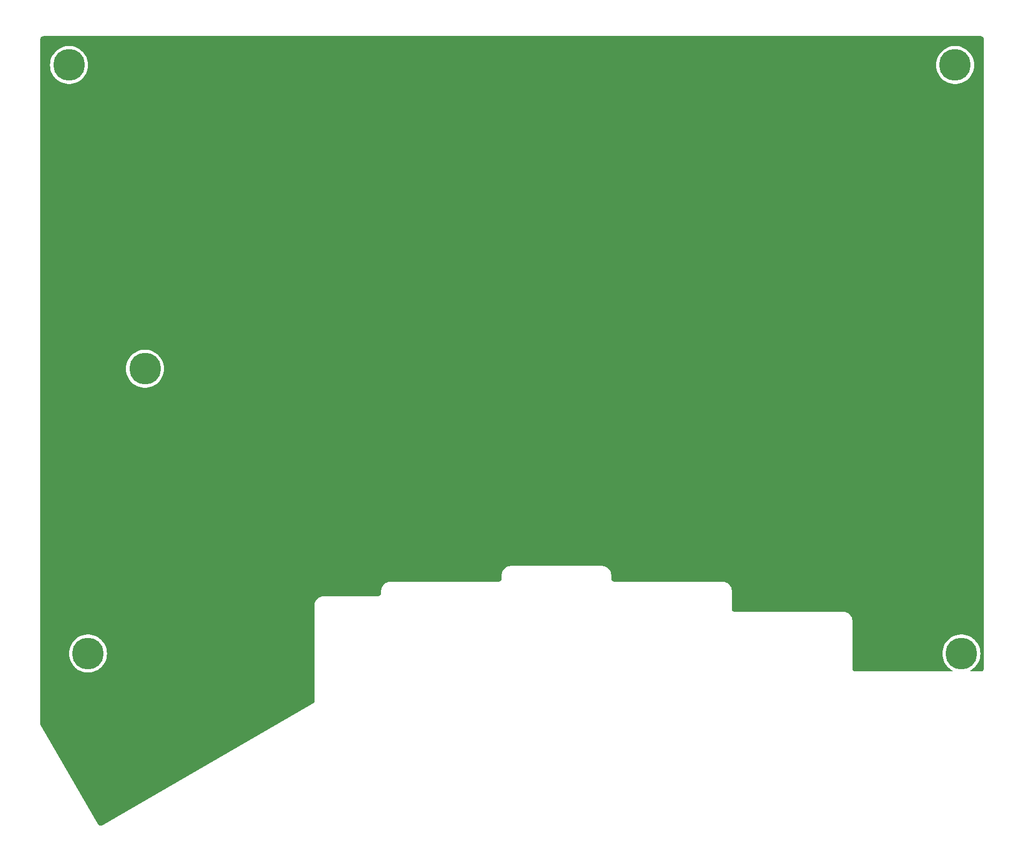
<source format=gbr>
%TF.GenerationSoftware,KiCad,Pcbnew,8.0.1*%
%TF.CreationDate,2024-03-27T10:43:21-04:00*%
%TF.ProjectId,base_plate,62617365-5f70-46c6-9174-652e6b696361,rev?*%
%TF.SameCoordinates,Original*%
%TF.FileFunction,Copper,L1,Top*%
%TF.FilePolarity,Positive*%
%FSLAX46Y46*%
G04 Gerber Fmt 4.6, Leading zero omitted, Abs format (unit mm)*
G04 Created by KiCad (PCBNEW 8.0.1) date 2024-03-27 10:43:21*
%MOMM*%
%LPD*%
G01*
G04 APERTURE LIST*
%TA.AperFunction,ComponentPad*%
%ADD10C,2.900000*%
%TD*%
%TA.AperFunction,ConnectorPad*%
%ADD11C,5.000000*%
%TD*%
%ADD12C,0.350000*%
G04 APERTURE END LIST*
D10*
%TO.P,REF\u002A\u002A,1*%
%TO.N,N/C*%
X85175029Y-84688088D03*
D11*
X85175029Y-84688088D03*
%TD*%
D10*
%TO.P,REF\u002A\u002A,1*%
%TO.N,N/C*%
X73175029Y-36688088D03*
D11*
X73175029Y-36688088D03*
%TD*%
D10*
%TO.P,REF\u002A\u002A,1*%
%TO.N,N/C*%
X213175029Y-36688088D03*
D11*
X213175029Y-36688088D03*
%TD*%
D10*
%TO.P,REF\u002A\u002A,1*%
%TO.N,N/C*%
X214175029Y-129688088D03*
D11*
X214175029Y-129688088D03*
%TD*%
D10*
%TO.P,REF\u002A\u002A,1*%
%TO.N,N/C*%
X76175029Y-129688088D03*
D11*
X76175029Y-129688088D03*
%TD*%
%TA.AperFunction,NonConductor*%
G36*
X217234138Y-32114919D02*
G01*
X217324479Y-32125101D01*
X217351545Y-32131280D01*
X217430739Y-32158994D01*
X217455752Y-32171041D01*
X217526794Y-32215683D01*
X217548498Y-32232992D01*
X217607831Y-32292330D01*
X217625139Y-32314036D01*
X217669774Y-32385079D01*
X217681820Y-32410095D01*
X217709528Y-32489288D01*
X217715706Y-32516360D01*
X217725918Y-32607027D01*
X217726697Y-32620910D01*
X217726695Y-32687174D01*
X217726759Y-32688147D01*
X217726759Y-132032646D01*
X217725982Y-132046502D01*
X217715841Y-132136688D01*
X217709688Y-132163706D01*
X217682082Y-132242774D01*
X217670081Y-132267752D01*
X217625602Y-132338720D01*
X217608354Y-132360409D01*
X217549227Y-132419725D01*
X217527594Y-132437042D01*
X217456766Y-132481750D01*
X217431828Y-132493829D01*
X217376445Y-132513364D01*
X217352848Y-132521688D01*
X217325851Y-132527927D01*
X217236232Y-132538295D01*
X217221982Y-132539117D01*
X215706979Y-132539117D01*
X215639940Y-132519432D01*
X215594185Y-132466628D01*
X215584241Y-132397470D01*
X215613266Y-132333914D01*
X215651328Y-132304307D01*
X215659427Y-132300239D01*
X215677822Y-132291001D01*
X215969840Y-132098937D01*
X216237587Y-131874271D01*
X216477441Y-131620041D01*
X216686159Y-131339684D01*
X216860918Y-131036992D01*
X216999355Y-130716059D01*
X217099598Y-130381224D01*
X217160291Y-130037015D01*
X217180614Y-129688088D01*
X217160291Y-129339161D01*
X217160289Y-129339149D01*
X217099600Y-128994960D01*
X217099598Y-128994953D01*
X216999354Y-128660115D01*
X216860921Y-128339192D01*
X216860918Y-128339184D01*
X216686159Y-128036492D01*
X216686158Y-128036490D01*
X216477444Y-127756138D01*
X216477439Y-127756132D01*
X216361462Y-127633205D01*
X216237587Y-127501905D01*
X216089517Y-127377660D01*
X215969842Y-127277240D01*
X215969834Y-127277234D01*
X215677825Y-127085176D01*
X215365487Y-126928314D01*
X215365481Y-126928311D01*
X215037041Y-126808769D01*
X215037038Y-126808768D01*
X214696944Y-126728165D01*
X214653548Y-126723092D01*
X214349788Y-126687588D01*
X214000270Y-126687588D01*
X213696509Y-126723092D01*
X213653114Y-126728165D01*
X213653112Y-126728165D01*
X213313019Y-126808768D01*
X213313016Y-126808769D01*
X212984576Y-126928311D01*
X212984570Y-126928314D01*
X212672232Y-127085176D01*
X212380223Y-127277234D01*
X212380215Y-127277240D01*
X212112471Y-127501905D01*
X212112469Y-127501907D01*
X211872618Y-127756132D01*
X211872613Y-127756138D01*
X211663899Y-128036490D01*
X211489142Y-128339179D01*
X211489136Y-128339192D01*
X211350703Y-128660115D01*
X211250459Y-128994953D01*
X211250457Y-128994960D01*
X211189768Y-129339149D01*
X211189767Y-129339160D01*
X211169444Y-129688084D01*
X211169444Y-129688091D01*
X211189767Y-130037015D01*
X211189768Y-130037026D01*
X211250457Y-130381215D01*
X211250459Y-130381222D01*
X211350703Y-130716060D01*
X211489136Y-131036983D01*
X211489142Y-131036996D01*
X211663899Y-131339685D01*
X211872613Y-131620037D01*
X211872618Y-131620043D01*
X211996492Y-131751341D01*
X212112471Y-131874271D01*
X212248682Y-131988565D01*
X212380215Y-132098935D01*
X212380223Y-132098941D01*
X212672232Y-132290999D01*
X212698730Y-132304307D01*
X212749804Y-132351985D01*
X212766994Y-132419707D01*
X212744841Y-132485972D01*
X212690380Y-132529741D01*
X212643079Y-132539117D01*
X197524895Y-132539117D01*
X197524850Y-132539114D01*
X197516611Y-132539114D01*
X197501064Y-132539114D01*
X197457641Y-132539116D01*
X197443844Y-132538347D01*
X197354043Y-132528296D01*
X197327133Y-132522194D01*
X197248368Y-132494823D01*
X197223473Y-132482922D01*
X197152706Y-132438807D01*
X197131060Y-132421695D01*
X197071799Y-132363020D01*
X197054474Y-132341547D01*
X197009655Y-132271217D01*
X196997509Y-132246445D01*
X196996192Y-132242774D01*
X196969354Y-132167948D01*
X196962987Y-132141110D01*
X196952182Y-132052538D01*
X196951271Y-132037536D01*
X196951271Y-124518742D01*
X196951184Y-124517419D01*
X196951185Y-124484810D01*
X196920644Y-124272364D01*
X196860180Y-124066426D01*
X196860178Y-124066421D01*
X196771029Y-123871201D01*
X196771025Y-123871195D01*
X196771023Y-123871189D01*
X196724467Y-123798742D01*
X196654995Y-123690634D01*
X196654992Y-123690630D01*
X196654990Y-123690627D01*
X196514441Y-123528417D01*
X196399515Y-123428827D01*
X196352242Y-123387862D01*
X196352241Y-123387861D01*
X196171685Y-123271818D01*
X196171680Y-123271815D01*
X195976453Y-123182650D01*
X195770520Y-123122174D01*
X195770507Y-123122171D01*
X195558078Y-123091621D01*
X195558069Y-123091620D01*
X195523428Y-123091619D01*
X195523388Y-123091617D01*
X195516629Y-123091617D01*
X195450757Y-123091617D01*
X195450748Y-123091616D01*
X195384863Y-123091614D01*
X195384861Y-123091614D01*
X195376623Y-123091614D01*
X195376579Y-123091617D01*
X178477595Y-123091617D01*
X178477550Y-123091614D01*
X178469311Y-123091614D01*
X178453757Y-123091614D01*
X178410351Y-123091616D01*
X178396524Y-123090843D01*
X178306531Y-123080748D01*
X178279562Y-123074619D01*
X178200635Y-123047124D01*
X178175693Y-123035169D01*
X178104821Y-122990861D01*
X178083154Y-122973678D01*
X178023866Y-122914767D01*
X178006543Y-122893206D01*
X177961787Y-122822617D01*
X177949675Y-122797755D01*
X177921679Y-122719007D01*
X177915378Y-122692077D01*
X177904805Y-122602947D01*
X177903942Y-122588340D01*
X177903942Y-119828087D01*
X177903943Y-119827530D01*
X177904382Y-119729701D01*
X177904381Y-119729696D01*
X177874990Y-119518898D01*
X177874655Y-119516491D01*
X177814800Y-119309707D01*
X177726043Y-119113583D01*
X177610201Y-118932136D01*
X177607320Y-118928794D01*
X177469647Y-118769083D01*
X177426824Y-118731815D01*
X177307258Y-118627758D01*
X177126360Y-118511060D01*
X177126359Y-118511059D01*
X177126352Y-118511055D01*
X176930656Y-118421376D01*
X176786665Y-118378958D01*
X176724159Y-118360545D01*
X176724157Y-118360544D01*
X176724155Y-118360544D01*
X176511090Y-118329810D01*
X176477399Y-118329802D01*
X176477118Y-118329784D01*
X176469329Y-118329784D01*
X176403457Y-118329784D01*
X176403448Y-118329783D01*
X176337563Y-118329781D01*
X176337561Y-118329781D01*
X176329323Y-118329781D01*
X176329279Y-118329784D01*
X159430295Y-118329784D01*
X159430250Y-118329781D01*
X159422011Y-118329781D01*
X159406436Y-118329781D01*
X159363083Y-118329783D01*
X159349200Y-118329004D01*
X159258854Y-118318828D01*
X159231781Y-118312649D01*
X159152574Y-118284935D01*
X159127560Y-118272890D01*
X159056513Y-118228250D01*
X159034804Y-118210939D01*
X158975467Y-118151603D01*
X158958155Y-118129894D01*
X158913511Y-118058845D01*
X158901467Y-118033836D01*
X158873750Y-117954623D01*
X158867574Y-117927565D01*
X158857432Y-117837534D01*
X158856653Y-117823651D01*
X158856653Y-117823338D01*
X158856654Y-117764400D01*
X158856653Y-117764396D01*
X158856653Y-117764392D01*
X158856653Y-117756589D01*
X158856614Y-117755991D01*
X158856614Y-117280277D01*
X158856572Y-117279653D01*
X158856574Y-117246828D01*
X158856573Y-117246821D01*
X158856573Y-117246817D01*
X158826036Y-117034380D01*
X158765575Y-116828449D01*
X158765572Y-116828441D01*
X158676416Y-116633199D01*
X158676414Y-116633197D01*
X158560385Y-116452642D01*
X158560384Y-116452641D01*
X158419837Y-116290430D01*
X158257639Y-116149875D01*
X158257631Y-116149869D01*
X158077089Y-116033833D01*
X158077081Y-116033828D01*
X157960967Y-115980796D01*
X157881850Y-115944661D01*
X157881847Y-115944660D01*
X157675921Y-115884187D01*
X157675908Y-115884184D01*
X157463476Y-115853633D01*
X157463469Y-115853632D01*
X157428828Y-115853631D01*
X157428788Y-115853629D01*
X157422029Y-115853629D01*
X157356157Y-115853629D01*
X157356148Y-115853628D01*
X157290263Y-115853626D01*
X157290261Y-115853626D01*
X157282023Y-115853626D01*
X157281979Y-115853629D01*
X143047534Y-115853629D01*
X143046310Y-115853623D01*
X142945387Y-115852626D01*
X142731261Y-115881364D01*
X142523459Y-115940477D01*
X142326284Y-116028739D01*
X142326274Y-116028744D01*
X142143765Y-116144346D01*
X141979695Y-116284901D01*
X141979692Y-116284905D01*
X141837451Y-116447512D01*
X141719968Y-116628817D01*
X141629666Y-116825086D01*
X141568410Y-117032261D01*
X141568408Y-117032272D01*
X141537463Y-117246072D01*
X141537462Y-117246078D01*
X141537446Y-117280084D01*
X141537413Y-117280611D01*
X141537413Y-117823338D01*
X141536633Y-117837223D01*
X141526453Y-117927566D01*
X141520275Y-117954635D01*
X141492559Y-118033844D01*
X141480511Y-118058861D01*
X141435871Y-118129906D01*
X141418559Y-118151616D01*
X141359221Y-118210955D01*
X141337512Y-118228267D01*
X141266465Y-118272910D01*
X141241447Y-118284958D01*
X141162244Y-118312673D01*
X141135174Y-118318852D01*
X141045156Y-118328996D01*
X141031271Y-118329776D01*
X140962071Y-118329776D01*
X140961972Y-118329784D01*
X123917253Y-118329784D01*
X123916023Y-118329863D01*
X123883287Y-118329862D01*
X123883281Y-118329862D01*
X123670829Y-118360394D01*
X123670828Y-118360394D01*
X123464891Y-118420850D01*
X123269645Y-118510005D01*
X123269635Y-118510010D01*
X123089081Y-118626034D01*
X123089075Y-118626039D01*
X122926859Y-118766589D01*
X122786303Y-118928789D01*
X122670253Y-119109357D01*
X122614089Y-119232335D01*
X122581089Y-119304592D01*
X122520616Y-119510532D01*
X122490339Y-119721108D01*
X122490069Y-119722984D01*
X122490069Y-120109089D01*
X122489301Y-120122868D01*
X122479272Y-120212560D01*
X122473185Y-120239438D01*
X122445875Y-120318127D01*
X122434003Y-120342996D01*
X122389985Y-120413714D01*
X122372912Y-120435347D01*
X122314363Y-120494595D01*
X122292933Y-120511924D01*
X122222745Y-120556776D01*
X122198021Y-120568942D01*
X122119660Y-120597186D01*
X122092855Y-120603591D01*
X122004607Y-120614521D01*
X121989368Y-120615461D01*
X113395784Y-120615461D01*
X113394830Y-120615522D01*
X113361925Y-120615522D01*
X113149481Y-120646061D01*
X112943547Y-120706521D01*
X112943544Y-120706522D01*
X112748301Y-120795680D01*
X112748293Y-120795685D01*
X112567729Y-120911719D01*
X112567724Y-120911722D01*
X112405516Y-121052272D01*
X112264954Y-121214483D01*
X112148909Y-121395048D01*
X112059744Y-121590285D01*
X111999274Y-121796223D01*
X111999273Y-121796228D01*
X111999273Y-121796229D01*
X111969277Y-122004854D01*
X111968726Y-122008683D01*
X111968726Y-137165741D01*
X111968054Y-137178630D01*
X111959279Y-137262593D01*
X111953949Y-137287815D01*
X111929998Y-137361971D01*
X111919569Y-137385544D01*
X111880803Y-137453147D01*
X111865723Y-137474057D01*
X111813818Y-137532181D01*
X111794741Y-137549520D01*
X111727179Y-137599152D01*
X111715786Y-137606595D01*
X78496936Y-156793374D01*
X78496880Y-156793404D01*
X78441465Y-156825414D01*
X78429051Y-156831684D01*
X78345713Y-156868063D01*
X78319178Y-156876253D01*
X78236725Y-156891868D01*
X78209030Y-156893948D01*
X78125173Y-156890820D01*
X78097713Y-156886684D01*
X78016656Y-156864973D01*
X77990803Y-156854829D01*
X77916606Y-156815620D01*
X77893660Y-156799977D01*
X77830050Y-156745238D01*
X77811168Y-156724888D01*
X77757500Y-156652169D01*
X77749776Y-156640349D01*
X77717328Y-156583918D01*
X77715847Y-156581701D01*
X68728221Y-141014713D01*
X68728216Y-141014700D01*
X68718378Y-140997661D01*
X68692887Y-140953512D01*
X68687947Y-140944031D01*
X68658273Y-140880554D01*
X68650922Y-140860476D01*
X68634005Y-140798050D01*
X68630214Y-140777014D01*
X68623824Y-140707734D01*
X68623300Y-140696345D01*
X68623300Y-129688091D01*
X73169444Y-129688091D01*
X73189767Y-130037015D01*
X73189768Y-130037026D01*
X73250457Y-130381215D01*
X73250459Y-130381222D01*
X73350703Y-130716060D01*
X73489136Y-131036983D01*
X73489142Y-131036996D01*
X73663899Y-131339685D01*
X73872613Y-131620037D01*
X73872618Y-131620043D01*
X73996492Y-131751341D01*
X74112471Y-131874271D01*
X74248682Y-131988565D01*
X74380215Y-132098935D01*
X74380223Y-132098941D01*
X74672232Y-132290999D01*
X74672236Y-132291001D01*
X74984578Y-132447865D01*
X75313018Y-132567407D01*
X75653115Y-132648011D01*
X76000270Y-132688588D01*
X76000277Y-132688588D01*
X76349781Y-132688588D01*
X76349788Y-132688588D01*
X76696943Y-132648011D01*
X77037040Y-132567407D01*
X77365480Y-132447865D01*
X77677822Y-132291001D01*
X77969840Y-132098937D01*
X78237587Y-131874271D01*
X78477441Y-131620041D01*
X78686159Y-131339684D01*
X78860918Y-131036992D01*
X78999355Y-130716059D01*
X79099598Y-130381224D01*
X79160291Y-130037015D01*
X79180614Y-129688088D01*
X79160291Y-129339161D01*
X79160289Y-129339149D01*
X79099600Y-128994960D01*
X79099598Y-128994953D01*
X78999354Y-128660115D01*
X78860921Y-128339192D01*
X78860918Y-128339184D01*
X78686159Y-128036492D01*
X78686158Y-128036490D01*
X78477444Y-127756138D01*
X78477439Y-127756132D01*
X78361462Y-127633205D01*
X78237587Y-127501905D01*
X78089517Y-127377660D01*
X77969842Y-127277240D01*
X77969834Y-127277234D01*
X77677825Y-127085176D01*
X77365487Y-126928314D01*
X77365481Y-126928311D01*
X77037041Y-126808769D01*
X77037038Y-126808768D01*
X76696944Y-126728165D01*
X76653548Y-126723092D01*
X76349788Y-126687588D01*
X76000270Y-126687588D01*
X75696509Y-126723092D01*
X75653114Y-126728165D01*
X75653112Y-126728165D01*
X75313019Y-126808768D01*
X75313016Y-126808769D01*
X74984576Y-126928311D01*
X74984570Y-126928314D01*
X74672232Y-127085176D01*
X74380223Y-127277234D01*
X74380215Y-127277240D01*
X74112471Y-127501905D01*
X74112469Y-127501907D01*
X73872618Y-127756132D01*
X73872613Y-127756138D01*
X73663899Y-128036490D01*
X73489142Y-128339179D01*
X73489136Y-128339192D01*
X73350703Y-128660115D01*
X73250459Y-128994953D01*
X73250457Y-128994960D01*
X73189768Y-129339149D01*
X73189767Y-129339160D01*
X73169444Y-129688084D01*
X73169444Y-129688091D01*
X68623300Y-129688091D01*
X68623300Y-84688091D01*
X82169444Y-84688091D01*
X82189767Y-85037015D01*
X82189768Y-85037026D01*
X82250457Y-85381215D01*
X82250459Y-85381222D01*
X82350703Y-85716060D01*
X82489136Y-86036983D01*
X82489142Y-86036996D01*
X82663899Y-86339685D01*
X82872613Y-86620037D01*
X82872618Y-86620043D01*
X82996492Y-86751341D01*
X83112471Y-86874271D01*
X83288932Y-87022339D01*
X83380215Y-87098935D01*
X83380223Y-87098941D01*
X83672232Y-87290999D01*
X83672236Y-87291001D01*
X83984578Y-87447865D01*
X84313018Y-87567407D01*
X84653115Y-87648011D01*
X85000270Y-87688588D01*
X85000277Y-87688588D01*
X85349781Y-87688588D01*
X85349788Y-87688588D01*
X85696943Y-87648011D01*
X86037040Y-87567407D01*
X86365480Y-87447865D01*
X86677822Y-87291001D01*
X86969840Y-87098937D01*
X87237587Y-86874271D01*
X87477441Y-86620041D01*
X87686159Y-86339684D01*
X87860918Y-86036992D01*
X87999355Y-85716059D01*
X88099598Y-85381224D01*
X88160291Y-85037015D01*
X88180614Y-84688088D01*
X88160291Y-84339161D01*
X88160289Y-84339149D01*
X88099600Y-83994960D01*
X88099598Y-83994953D01*
X87999354Y-83660115D01*
X87860921Y-83339192D01*
X87860918Y-83339184D01*
X87686159Y-83036492D01*
X87686158Y-83036490D01*
X87477444Y-82756138D01*
X87477439Y-82756132D01*
X87361462Y-82633205D01*
X87237587Y-82501905D01*
X87089517Y-82377660D01*
X86969842Y-82277240D01*
X86969834Y-82277234D01*
X86677825Y-82085176D01*
X86365487Y-81928314D01*
X86365481Y-81928311D01*
X86037041Y-81808769D01*
X86037038Y-81808768D01*
X85696944Y-81728165D01*
X85653548Y-81723092D01*
X85349788Y-81687588D01*
X85000270Y-81687588D01*
X84696509Y-81723092D01*
X84653114Y-81728165D01*
X84653112Y-81728165D01*
X84313019Y-81808768D01*
X84313016Y-81808769D01*
X83984576Y-81928311D01*
X83984570Y-81928314D01*
X83672232Y-82085176D01*
X83380223Y-82277234D01*
X83380215Y-82277240D01*
X83112471Y-82501905D01*
X83112469Y-82501907D01*
X82872618Y-82756132D01*
X82872613Y-82756138D01*
X82663899Y-83036490D01*
X82489142Y-83339179D01*
X82489136Y-83339192D01*
X82350703Y-83660115D01*
X82250459Y-83994953D01*
X82250457Y-83994960D01*
X82189768Y-84339149D01*
X82189767Y-84339160D01*
X82169444Y-84688084D01*
X82169444Y-84688091D01*
X68623300Y-84688091D01*
X68623300Y-36688091D01*
X70169444Y-36688091D01*
X70189767Y-37037015D01*
X70189768Y-37037026D01*
X70250457Y-37381215D01*
X70250459Y-37381222D01*
X70350703Y-37716060D01*
X70489136Y-38036983D01*
X70489142Y-38036996D01*
X70663899Y-38339685D01*
X70872613Y-38620037D01*
X70872618Y-38620043D01*
X70996492Y-38751341D01*
X71112471Y-38874271D01*
X71288932Y-39022339D01*
X71380215Y-39098935D01*
X71380223Y-39098941D01*
X71672232Y-39290999D01*
X71672236Y-39291001D01*
X71984578Y-39447865D01*
X72313018Y-39567407D01*
X72653115Y-39648011D01*
X73000270Y-39688588D01*
X73000277Y-39688588D01*
X73349781Y-39688588D01*
X73349788Y-39688588D01*
X73696943Y-39648011D01*
X74037040Y-39567407D01*
X74365480Y-39447865D01*
X74677822Y-39291001D01*
X74969840Y-39098937D01*
X75237587Y-38874271D01*
X75477441Y-38620041D01*
X75686159Y-38339684D01*
X75860918Y-38036992D01*
X75999355Y-37716059D01*
X76099598Y-37381224D01*
X76160291Y-37037015D01*
X76180614Y-36688091D01*
X210169444Y-36688091D01*
X210189767Y-37037015D01*
X210189768Y-37037026D01*
X210250457Y-37381215D01*
X210250459Y-37381222D01*
X210350703Y-37716060D01*
X210489136Y-38036983D01*
X210489142Y-38036996D01*
X210663899Y-38339685D01*
X210872613Y-38620037D01*
X210872618Y-38620043D01*
X210996492Y-38751341D01*
X211112471Y-38874271D01*
X211288932Y-39022339D01*
X211380215Y-39098935D01*
X211380223Y-39098941D01*
X211672232Y-39290999D01*
X211672236Y-39291001D01*
X211984578Y-39447865D01*
X212313018Y-39567407D01*
X212653115Y-39648011D01*
X213000270Y-39688588D01*
X213000277Y-39688588D01*
X213349781Y-39688588D01*
X213349788Y-39688588D01*
X213696943Y-39648011D01*
X214037040Y-39567407D01*
X214365480Y-39447865D01*
X214677822Y-39291001D01*
X214969840Y-39098937D01*
X215237587Y-38874271D01*
X215477441Y-38620041D01*
X215686159Y-38339684D01*
X215860918Y-38036992D01*
X215999355Y-37716059D01*
X216099598Y-37381224D01*
X216160291Y-37037015D01*
X216180614Y-36688088D01*
X216160291Y-36339161D01*
X216160289Y-36339149D01*
X216099600Y-35994960D01*
X216099598Y-35994953D01*
X215999354Y-35660115D01*
X215860921Y-35339192D01*
X215860918Y-35339184D01*
X215686159Y-35036492D01*
X215686158Y-35036490D01*
X215477444Y-34756138D01*
X215477439Y-34756132D01*
X215361462Y-34633205D01*
X215237587Y-34501905D01*
X215089517Y-34377660D01*
X214969842Y-34277240D01*
X214969834Y-34277234D01*
X214677825Y-34085176D01*
X214365487Y-33928314D01*
X214365481Y-33928311D01*
X214037041Y-33808769D01*
X214037038Y-33808768D01*
X213696944Y-33728165D01*
X213653548Y-33723092D01*
X213349788Y-33687588D01*
X213000270Y-33687588D01*
X212696509Y-33723092D01*
X212653114Y-33728165D01*
X212653112Y-33728165D01*
X212313019Y-33808768D01*
X212313016Y-33808769D01*
X211984576Y-33928311D01*
X211984570Y-33928314D01*
X211672232Y-34085176D01*
X211380223Y-34277234D01*
X211380215Y-34277240D01*
X211112471Y-34501905D01*
X211112469Y-34501907D01*
X210872618Y-34756132D01*
X210872613Y-34756138D01*
X210663899Y-35036490D01*
X210489142Y-35339179D01*
X210489136Y-35339192D01*
X210350703Y-35660115D01*
X210250459Y-35994953D01*
X210250457Y-35994960D01*
X210189768Y-36339149D01*
X210189767Y-36339160D01*
X210169444Y-36688084D01*
X210169444Y-36688091D01*
X76180614Y-36688091D01*
X76180614Y-36688088D01*
X76160291Y-36339161D01*
X76160289Y-36339149D01*
X76099600Y-35994960D01*
X76099598Y-35994953D01*
X75999354Y-35660115D01*
X75860921Y-35339192D01*
X75860918Y-35339184D01*
X75686159Y-35036492D01*
X75686158Y-35036490D01*
X75477444Y-34756138D01*
X75477439Y-34756132D01*
X75361462Y-34633205D01*
X75237587Y-34501905D01*
X75089517Y-34377660D01*
X74969842Y-34277240D01*
X74969834Y-34277234D01*
X74677825Y-34085176D01*
X74365487Y-33928314D01*
X74365481Y-33928311D01*
X74037041Y-33808769D01*
X74037038Y-33808768D01*
X73696944Y-33728165D01*
X73653548Y-33723092D01*
X73349788Y-33687588D01*
X73000270Y-33687588D01*
X72696509Y-33723092D01*
X72653114Y-33728165D01*
X72653112Y-33728165D01*
X72313019Y-33808768D01*
X72313016Y-33808769D01*
X71984576Y-33928311D01*
X71984570Y-33928314D01*
X71672232Y-34085176D01*
X71380223Y-34277234D01*
X71380215Y-34277240D01*
X71112471Y-34501905D01*
X71112469Y-34501907D01*
X70872618Y-34756132D01*
X70872613Y-34756138D01*
X70663899Y-35036490D01*
X70489142Y-35339179D01*
X70489136Y-35339192D01*
X70350703Y-35660115D01*
X70250459Y-35994953D01*
X70250457Y-35994960D01*
X70189768Y-36339149D01*
X70189767Y-36339160D01*
X70169444Y-36688084D01*
X70169444Y-36688091D01*
X68623300Y-36688091D01*
X68623300Y-32620513D01*
X68624067Y-32606739D01*
X68634088Y-32517086D01*
X68640171Y-32490217D01*
X68640493Y-32489288D01*
X68667463Y-32411552D01*
X68679319Y-32386708D01*
X68723311Y-32316002D01*
X68740363Y-32294386D01*
X68798877Y-32235144D01*
X68820289Y-32217821D01*
X68831542Y-32210624D01*
X68890432Y-32172964D01*
X68915140Y-32160795D01*
X68993455Y-32132535D01*
X69020243Y-32126120D01*
X69108995Y-32115085D01*
X69124294Y-32114139D01*
X217220250Y-32114139D01*
X217234138Y-32114919D01*
G37*
%TD.AperFunction*%
D12*
X85175029Y-84688088D03*
X73175029Y-36688088D03*
X213175029Y-36688088D03*
X214175029Y-129688088D03*
X76175029Y-129688088D03*
M02*

</source>
